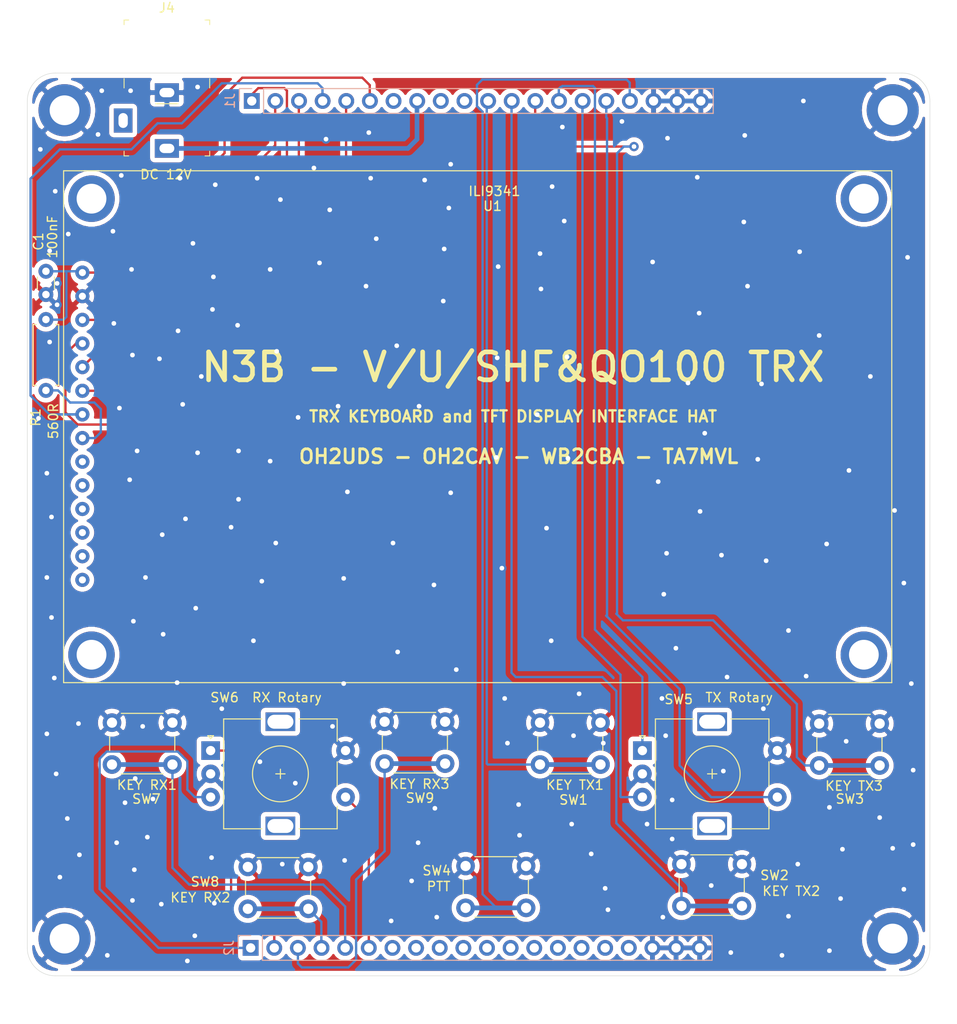
<source format=kicad_pcb>
(kicad_pcb (version 20171130) (host pcbnew "(5.1.12)-1")
  (layers (0 F.Cu signal) (31 B.Cu signal) (34 B.Paste user) (35 F.Paste user) (36 B.SilkS user) (37 F.SilkS user) (38 B.Mask user) (39 F.Mask user) (44 Edge.Cuts user))
  (net 0 "")
  (net 1 GNDPWR)
  (net 2 PTT)
  (net 3 +12V)
  (net 4 LCD_SDA)
  (net 5 LCD_SCL)
  (net 6 MCU_SDA)
  (net 7 MCU_SCL)
  (net 8 "Net-(J4-Pad3)")
  (net 9 ILI+5V)
  (net 10 ROTX_SW)
  (net 11 ROTX_B)
  (net 12 ROTX_A)
  (net 13 KEYTX3)
  (net 14 KEYTX2)
  (net 15 KEYTX1)
  (net 16 TX+3.3V)
  (net 17 TX+5V)
  (net 18 ILI_RST)
  (net 19 ILI_SCK)
  (net 20 ILI_MOSI)
  (net 21 ILI_CS)
  (net 22 ILI_DC)
  (net 23 RST_TX)
  (net 24 TXUART_RX)
  (net 25 TXUART_TX)
  (net 26 RX_3.3V)
  (net 27 RX+5V)
  (net 28 RX_UART_RX)
  (net 29 RX_UART_TX)
  (net 30 RST_RX)
  (net 31 "Net-(R1-Pad1)")
  (net 32 ROTRX_A)
  (net 33 ROTRX_B)
  (net 34 ROTRX_SW)
  (net 35 KEYRX1)
  (net 36 KEYRX2)
  (net 37 KEYRX3)
  (net 38 "Net-(U1-Pad14)")
  (net 39 "Net-(U1-Pad13)")
  (net 40 "Net-(U1-Pad12)")
  (net 41 "Net-(U1-Pad11)")
  (net 42 "Net-(U1-Pad10)")
  (net 43 "Net-(U1-Pad9)")
  (module Connector_PinHeader_2.54mm:PinHeader_1x20_P2.54mm_Vertical (layer B.Cu) (at 79 222 270)
    (fp_text reference J2 (at 0 2.33 270) (layer B.SilkS) (effects (justify mirror)))
    (fp_text value PATCH02)
    (pad 20 thru_hole oval (at 0 -48.26 270) (size 1.7 1.7) (drill 1) (layers *.Cu *.Mask) (net 1 GNDPWR))
    (pad 19 thru_hole oval (at 0 -45.72 270) (size 1.7 1.7) (drill 1) (layers *.Cu *.Mask) (net 1 GNDPWR))
    (pad 18 thru_hole oval (at 0 -43.18 270) (size 1.7 1.7) (drill 1) (layers *.Cu *.Mask) (net 1 GNDPWR))
    (pad 17 thru_hole oval (at 0 -40.64 270) (size 1.7 1.7) (drill 1) (layers *.Cu *.Mask) (net 4 LCD_SDA))
    (pad 16 thru_hole oval (at 0 -38.1 270) (size 1.7 1.7) (drill 1) (layers *.Cu *.Mask) (net 5 LCD_SCL))
    (pad 15 thru_hole oval (at 0 -35.56 270) (size 1.7 1.7) (drill 1) (layers *.Cu *.Mask) (net 30 RST_RX))
    (pad 14 thru_hole oval (at 0 -33.02 270) (size 1.7 1.7) (drill 1) (layers *.Cu *.Mask) (net 24 TXUART_RX))
    (pad 13 thru_hole oval (at 0 -30.48 270) (size 1.7 1.7) (drill 1) (layers *.Cu *.Mask) (net 25 TXUART_TX))
    (pad 12 thru_hole oval (at 0 -27.94 270) (size 1.7 1.7) (drill 1) (layers *.Cu *.Mask) (net 6 MCU_SDA))
    (pad 11 thru_hole oval (at 0 -25.4 270) (size 1.7 1.7) (drill 1) (layers *.Cu *.Mask) (net 7 MCU_SCL))
    (pad 10 thru_hole oval (at 0 -22.86 270) (size 1.7 1.7) (drill 1) (layers *.Cu *.Mask) (net 26 RX_3.3V))
    (pad 9 thru_hole oval (at 0 -20.32 270) (size 1.7 1.7) (drill 1) (layers *.Cu *.Mask) (net 27 RX+5V))
    (pad 8 thru_hole oval (at 0 -17.78 270) (size 1.7 1.7) (drill 1) (layers *.Cu *.Mask) (net 28 RX_UART_RX))
    (pad 7 thru_hole oval (at 0 -15.24 270) (size 1.7 1.7) (drill 1) (layers *.Cu *.Mask) (net 29 RX_UART_TX))
    (pad 6 thru_hole oval (at 0 -12.7 270) (size 1.7 1.7) (drill 1) (layers *.Cu *.Mask) (net 34 ROTRX_SW))
    (pad 5 thru_hole oval (at 0 -10.16 270) (size 1.7 1.7) (drill 1) (layers *.Cu *.Mask) (net 35 KEYRX1))
    (pad 4 thru_hole oval (at 0 -7.62 270) (size 1.7 1.7) (drill 1) (layers *.Cu *.Mask) (net 36 KEYRX2))
    (pad 3 thru_hole oval (at 0 -5.08 270) (size 1.7 1.7) (drill 1) (layers *.Cu *.Mask) (net 37 KEYRX3))
    (pad 2 thru_hole oval (at 0 -2.54 270) (size 1.7 1.7) (drill 1) (layers *.Cu *.Mask) (net 32 ROTRX_A))
    (pad 1 thru_hole rect (at 0 0 270) (size 1.7 1.7) (drill 1) (layers *.Cu *.Mask) (net 33 ROTRX_B))
  )
  (module Connector_PinHeader_2.54mm:PinHeader_1x20_P2.54mm_Vertical (layer B.Cu) (at 79.12 131 270)
    (fp_text reference J1 (at 0 2.33 270) (layer B.SilkS) (effects (justify mirror)))
    (fp_text value PATCH01)
    (pad 20 thru_hole oval (at 0 -48.26 270) (size 1.7 1.7) (drill 1) (layers *.Cu *.Mask) (net 1 GNDPWR))
    (pad 19 thru_hole oval (at 0 -45.72 270) (size 1.7 1.7) (drill 1) (layers *.Cu *.Mask) (net 1 GNDPWR))
    (pad 18 thru_hole oval (at 0 -43.18 270) (size 1.7 1.7) (drill 1) (layers *.Cu *.Mask) (net 1 GNDPWR))
    (pad 17 thru_hole oval (at 0 -40.64 270) (size 1.7 1.7) (drill 1) (layers *.Cu *.Mask) (net 2 PTT))
    (pad 16 thru_hole oval (at 0 -38.1 270) (size 1.7 1.7) (drill 1) (layers *.Cu *.Mask) (net 10 ROTX_SW))
    (pad 15 thru_hole oval (at 0 -35.56 270) (size 1.7 1.7) (drill 1) (layers *.Cu *.Mask) (net 11 ROTX_B))
    (pad 14 thru_hole oval (at 0 -33.02 270) (size 1.7 1.7) (drill 1) (layers *.Cu *.Mask) (net 12 ROTX_A))
    (pad 13 thru_hole oval (at 0 -30.48 270) (size 1.7 1.7) (drill 1) (layers *.Cu *.Mask) (net 13 KEYTX3))
    (pad 12 thru_hole oval (at 0 -27.94 270) (size 1.7 1.7) (drill 1) (layers *.Cu *.Mask) (net 14 KEYTX2))
    (pad 11 thru_hole oval (at 0 -25.4 270) (size 1.7 1.7) (drill 1) (layers *.Cu *.Mask) (net 15 KEYTX1))
    (pad 10 thru_hole oval (at 0 -22.86 270) (size 1.7 1.7) (drill 1) (layers *.Cu *.Mask) (net 16 TX+3.3V))
    (pad 9 thru_hole oval (at 0 -20.32 270) (size 1.7 1.7) (drill 1) (layers *.Cu *.Mask) (net 17 TX+5V))
    (pad 8 thru_hole oval (at 0 -17.78 270) (size 1.7 1.7) (drill 1) (layers *.Cu *.Mask) (net 3 +12V))
    (pad 7 thru_hole oval (at 0 -15.24 270) (size 1.7 1.7) (drill 1) (layers *.Cu *.Mask) (net 23 RST_TX))
    (pad 6 thru_hole oval (at 0 -12.7 270) (size 1.7 1.7) (drill 1) (layers *.Cu *.Mask) (net 9 ILI+5V))
    (pad 5 thru_hole oval (at 0 -10.16 270) (size 1.7 1.7) (drill 1) (layers *.Cu *.Mask) (net 18 ILI_RST))
    (pad 4 thru_hole oval (at 0 -7.62 270) (size 1.7 1.7) (drill 1) (layers *.Cu *.Mask) (net 19 ILI_SCK))
    (pad 3 thru_hole oval (at 0 -5.08 270) (size 1.7 1.7) (drill 1) (layers *.Cu *.Mask) (net 20 ILI_MOSI))
    (pad 2 thru_hole oval (at 0 -2.54 270) (size 1.7 1.7) (drill 1) (layers *.Cu *.Mask) (net 21 ILI_CS))
    (pad 1 thru_hole rect (at 0 0 270) (size 1.7 1.7) (drill 1) (layers *.Cu *.Mask) (net 22 ILI_DC))
  )
  (module Resistor_THT:R_Axial_DIN0207_L6.3mm_D2.5mm_P7.62mm_Horizontal (layer F.Cu) (at 57 162.1 90)
    (fp_text reference R1 (at -2.9 -1.1 90) (layer F.SilkS))
    (fp_text value 560R (at -3.3 0.8 90) (layer F.SilkS))
    (pad 2 thru_hole oval (at 7.62 0 90) (size 1.6 1.6) (drill 0.8) (layers *.Cu *.Mask) (net 9 ILI+5V))
    (pad 1 thru_hole circle (at 0 0 90) (size 1.6 1.6) (drill 0.8) (layers *.Cu *.Mask) (net 31 "Net-(R1-Pad1)"))
  )
  (module ILI9341_32:ILI9341_32 (layer F.Cu) (at 77.9 148.5)
    (fp_text reference U1 (at 27.1 -6.2) (layer F.SilkS))
    (fp_text value ILI9341 (at 27.3 -7.8) (layer F.SilkS))
    (pad 18 thru_hole circle (at -16 42) (size 5 5) (drill 3.2) (layers *.Cu *.Mask))
    (pad 17 thru_hole circle (at -16 -7) (size 5 5) (drill 3.2) (layers *.Cu *.Mask))
    (pad 16 thru_hole circle (at 67 -7) (size 5 5) (drill 3.2) (layers *.Cu *.Mask))
    (pad 15 thru_hole circle (at 67 42) (size 5 5) (drill 3.2) (layers *.Cu *.Mask))
    (pad 14 thru_hole circle (at -16.98 33.96) (size 1.524 1.524) (drill 0.762) (layers *.Cu *.Mask) (net 38 "Net-(U1-Pad14)"))
    (pad 13 thru_hole circle (at -16.98 31.42) (size 1.524 1.524) (drill 0.762) (layers *.Cu *.Mask) (net 39 "Net-(U1-Pad13)"))
    (pad 12 thru_hole circle (at -16.98 28.88) (size 1.524 1.524) (drill 0.762) (layers *.Cu *.Mask) (net 40 "Net-(U1-Pad12)"))
    (pad 11 thru_hole circle (at -16.98 26.34) (size 1.524 1.524) (drill 0.762) (layers *.Cu *.Mask) (net 41 "Net-(U1-Pad11)"))
    (pad 10 thru_hole circle (at -16.98 23.8) (size 1.524 1.524) (drill 0.762) (layers *.Cu *.Mask) (net 42 "Net-(U1-Pad10)"))
    (pad 9 thru_hole circle (at -16.98 21.26) (size 1.524 1.524) (drill 0.762) (layers *.Cu *.Mask) (net 43 "Net-(U1-Pad9)"))
    (pad 8 thru_hole circle (at -16.98 18.72) (size 1.524 1.524) (drill 0.762) (layers *.Cu *.Mask) (net 31 "Net-(R1-Pad1)"))
    (pad 7 thru_hole circle (at -16.98 16.18) (size 1.524 1.524) (drill 0.762) (layers *.Cu *.Mask) (net 19 ILI_SCK))
    (pad 6 thru_hole circle (at -16.98 13.64) (size 1.524 1.524) (drill 0.762) (layers *.Cu *.Mask) (net 20 ILI_MOSI))
    (pad 5 thru_hole circle (at -16.98 11.1) (size 1.524 1.524) (drill 0.762) (layers *.Cu *.Mask) (net 22 ILI_DC))
    (pad 4 thru_hole circle (at -16.98 8.56) (size 1.524 1.524) (drill 0.762) (layers *.Cu *.Mask) (net 18 ILI_RST))
    (pad 3 thru_hole circle (at -16.98 6.02) (size 1.524 1.524) (drill 0.762) (layers *.Cu *.Mask) (net 21 ILI_CS))
    (pad 2 thru_hole circle (at -16.98 3.48) (size 1.524 1.524) (drill 0.762) (layers *.Cu *.Mask) (net 1 GNDPWR))
    (pad 1 thru_hole circle (at -16.98 0.94) (size 1.524 1.524) (drill 0.762) (layers *.Cu *.Mask) (net 9 ILI+5V))
  )
  (module Button_Switch_THT:SW_PUSH_6mm (layer F.Cu) (at 93.4 197.7)
    (fp_text reference SW9 (at 3.8 8.2) (layer F.SilkS))
    (fp_text value "KEY RX3" (at 3.75 6.7) (layer F.SilkS))
    (pad 1 thru_hole circle (at 6.5 0 90) (size 2 2) (drill 1.1) (layers *.Cu *.Mask) (net 1 GNDPWR))
    (pad 2 thru_hole circle (at 6.5 4.5 90) (size 2 2) (drill 1.1) (layers *.Cu *.Mask) (net 37 KEYRX3))
    (pad 1 thru_hole circle (at 0 0 90) (size 2 2) (drill 1.1) (layers *.Cu *.Mask) (net 1 GNDPWR))
    (pad 2 thru_hole circle (at 0 4.5 90) (size 2 2) (drill 1.1) (layers *.Cu *.Mask) (net 37 KEYRX3))
  )
  (module Button_Switch_THT:SW_PUSH_6mm (layer F.Cu) (at 78.7 213.3)
    (fp_text reference SW8 (at -4.6 1.6) (layer F.SilkS))
    (fp_text value "KEY RX2" (at -5.1 3.3) (layer F.SilkS))
    (pad 1 thru_hole circle (at 6.5 0 90) (size 2 2) (drill 1.1) (layers *.Cu *.Mask) (net 1 GNDPWR))
    (pad 2 thru_hole circle (at 6.5 4.5 90) (size 2 2) (drill 1.1) (layers *.Cu *.Mask) (net 36 KEYRX2))
    (pad 1 thru_hole circle (at 0 0 90) (size 2 2) (drill 1.1) (layers *.Cu *.Mask) (net 1 GNDPWR))
    (pad 2 thru_hole circle (at 0 4.5 90) (size 2 2) (drill 1.1) (layers *.Cu *.Mask) (net 36 KEYRX2))
  )
  (module Button_Switch_THT:SW_PUSH_6mm (layer F.Cu) (at 64.1 197.8)
    (fp_text reference SW7 (at 3.7 8.2) (layer F.SilkS))
    (fp_text value "KEY RX1" (at 3.75 6.7) (layer F.SilkS))
    (pad 1 thru_hole circle (at 6.5 0 90) (size 2 2) (drill 1.1) (layers *.Cu *.Mask) (net 1 GNDPWR))
    (pad 2 thru_hole circle (at 6.5 4.5 90) (size 2 2) (drill 1.1) (layers *.Cu *.Mask) (net 35 KEYRX1))
    (pad 1 thru_hole circle (at 0 0 90) (size 2 2) (drill 1.1) (layers *.Cu *.Mask) (net 1 GNDPWR))
    (pad 2 thru_hole circle (at 0 4.5 90) (size 2 2) (drill 1.1) (layers *.Cu *.Mask) (net 35 KEYRX1))
  )
  (module Rotary_Encoder:RotaryEncoder_Alps_EC11E-Switch_Vertical_H20mm (layer F.Cu) (at 74.7 200.8)
    (fp_text reference SW6 (at 1.5 -5.7) (layer F.SilkS))
    (fp_text value "RX Rotary" (at 8.2 -5.7) (layer F.SilkS))
    (pad A thru_hole rect (at 0 0) (size 2 2) (drill 1) (layers *.Cu *.Mask) (net 32 ROTRX_A))
    (pad C thru_hole circle (at 0 2.5) (size 2 2) (drill 1) (layers *.Cu *.Mask) (net 1 GNDPWR))
    (pad B thru_hole circle (at 0 5) (size 2 2) (drill 1) (layers *.Cu *.Mask) (net 33 ROTRX_B))
    (pad MP thru_hole rect (at 7.5 -3.1) (size 3.2 2) (drill oval 2.8 1.5) (layers *.Cu *.Mask))
    (pad MP thru_hole rect (at 7.5 8.1) (size 3.2 2) (drill oval 2.8 1.5) (layers *.Cu *.Mask))
    (pad S2 thru_hole circle (at 14.5 0) (size 2 2) (drill 1) (layers *.Cu *.Mask) (net 1 GNDPWR))
    (pad S1 thru_hole circle (at 14.5 5) (size 2 2) (drill 1) (layers *.Cu *.Mask) (net 34 ROTRX_SW))
  )
  (module Rotary_Encoder:RotaryEncoder_Alps_EC11E-Switch_Vertical_H20mm (layer F.Cu) (at 121.1 200.8)
    (fp_text reference SW5 (at 3.9 -5.5) (layer F.SilkS))
    (fp_text value "TX Rotary" (at 10.4 -5.7) (layer F.SilkS))
    (pad A thru_hole rect (at 0 0) (size 2 2) (drill 1) (layers *.Cu *.Mask) (net 12 ROTX_A))
    (pad C thru_hole circle (at 0 2.5) (size 2 2) (drill 1) (layers *.Cu *.Mask) (net 1 GNDPWR))
    (pad B thru_hole circle (at 0 5) (size 2 2) (drill 1) (layers *.Cu *.Mask) (net 11 ROTX_B))
    (pad MP thru_hole rect (at 7.5 -3.1) (size 3.2 2) (drill oval 2.8 1.5) (layers *.Cu *.Mask))
    (pad MP thru_hole rect (at 7.5 8.1) (size 3.2 2) (drill oval 2.8 1.5) (layers *.Cu *.Mask))
    (pad S2 thru_hole circle (at 14.5 0) (size 2 2) (drill 1) (layers *.Cu *.Mask) (net 1 GNDPWR))
    (pad S1 thru_hole circle (at 14.5 5) (size 2 2) (drill 1) (layers *.Cu *.Mask) (net 10 ROTX_SW))
  )
  (module Button_Switch_THT:SW_PUSH_6mm (layer F.Cu) (at 102.1 213.2)
    (fp_text reference SW4 (at -3.1 0.5) (layer F.SilkS))
    (fp_text value PTT (at -2.9 2.2) (layer F.SilkS))
    (pad 1 thru_hole circle (at 6.5 0 90) (size 2 2) (drill 1.1) (layers *.Cu *.Mask) (net 1 GNDPWR))
    (pad 2 thru_hole circle (at 6.5 4.5 90) (size 2 2) (drill 1.1) (layers *.Cu *.Mask) (net 2 PTT))
    (pad 1 thru_hole circle (at 0 0 90) (size 2 2) (drill 1.1) (layers *.Cu *.Mask) (net 1 GNDPWR))
    (pad 2 thru_hole circle (at 0 4.5 90) (size 2 2) (drill 1.1) (layers *.Cu *.Mask) (net 2 PTT))
  )
  (module Button_Switch_THT:SW_PUSH_6mm (layer F.Cu) (at 140.1 197.9)
    (fp_text reference SW3 (at 3.3 8.1) (layer F.SilkS))
    (fp_text value "KEY TX3" (at 3.75 6.7) (layer F.SilkS))
    (pad 1 thru_hole circle (at 6.5 0 90) (size 2 2) (drill 1.1) (layers *.Cu *.Mask) (net 1 GNDPWR))
    (pad 2 thru_hole circle (at 6.5 4.5 90) (size 2 2) (drill 1.1) (layers *.Cu *.Mask) (net 13 KEYTX3))
    (pad 1 thru_hole circle (at 0 0 90) (size 2 2) (drill 1.1) (layers *.Cu *.Mask) (net 1 GNDPWR))
    (pad 2 thru_hole circle (at 0 4.5 90) (size 2 2) (drill 1.1) (layers *.Cu *.Mask) (net 13 KEYTX3))
  )
  (module Button_Switch_THT:SW_PUSH_6mm (layer F.Cu) (at 125.3 213)
    (fp_text reference SW2 (at 10 1.2) (layer F.SilkS))
    (fp_text value "KEY TX2" (at 11.8 2.9) (layer F.SilkS))
    (pad 1 thru_hole circle (at 6.5 0 90) (size 2 2) (drill 1.1) (layers *.Cu *.Mask) (net 1 GNDPWR))
    (pad 2 thru_hole circle (at 6.5 4.5 90) (size 2 2) (drill 1.1) (layers *.Cu *.Mask) (net 14 KEYTX2))
    (pad 1 thru_hole circle (at 0 0 90) (size 2 2) (drill 1.1) (layers *.Cu *.Mask) (net 1 GNDPWR))
    (pad 2 thru_hole circle (at 0 4.5 90) (size 2 2) (drill 1.1) (layers *.Cu *.Mask) (net 14 KEYTX2))
  )
  (module Button_Switch_THT:SW_PUSH_6mm (layer F.Cu) (at 110.1 197.8)
    (fp_text reference SW1 (at 3.6 8.3) (layer F.SilkS))
    (fp_text value "KEY TX1" (at 3.75 6.7) (layer F.SilkS))
    (pad 1 thru_hole circle (at 6.5 0 90) (size 2 2) (drill 1.1) (layers *.Cu *.Mask) (net 1 GNDPWR))
    (pad 2 thru_hole circle (at 6.5 4.5 90) (size 2 2) (drill 1.1) (layers *.Cu *.Mask) (net 15 KEYTX1))
    (pad 1 thru_hole circle (at 0 0 90) (size 2 2) (drill 1.1) (layers *.Cu *.Mask) (net 1 GNDPWR))
    (pad 2 thru_hole circle (at 0 4.5 90) (size 2 2) (drill 1.1) (layers *.Cu *.Mask) (net 15 KEYTX1))
  )
  (module Capacitor_THT:C_Disc_D3.0mm_W1.6mm_P2.50mm (layer F.Cu) (at 57 149.3 270)
    (fp_text reference C1 (at -3.2 0.8 90) (layer F.SilkS))
    (fp_text value 100nF (at -3.7 -0.7 90) (layer F.SilkS))
    (pad 2 thru_hole circle (at 2.5 0 270) (size 1.6 1.6) (drill 0.8) (layers *.Cu *.Mask) (net 1 GNDPWR))
    (pad 1 thru_hole circle (at 0 0 270) (size 1.6 1.6) (drill 0.8) (layers *.Cu *.Mask) (net 9 ILI+5V))
  )
  (module digikey-footprints:Barrel_Jack_5.5mmODx2.1mmID_PJ-102A (layer F.Cu) (at 70 133.1)
    (fp_text reference J4 (at 0 -12.1) (layer F.SilkS))
    (fp_text value PJ-102A)
    (pad 2 thru_hole rect (at 0 -3) (size 2.6 2) (drill oval 1.6 1) (layers *.Cu *.Mask) (net 1 GNDPWR))
    (pad 1 thru_hole rect (at 0 3) (size 2.6 2) (drill oval 1.6 1) (layers *.Cu *.Mask) (net 3 +12V))
    (pad 3 thru_hole rect (at -4.7 0) (size 2 2.6) (drill oval 1 1.6) (layers *.Cu *.Mask) (net 8 "Net-(J4-Pad3)"))
  )
  (module MountingHole:MountingHole_3.2mm_M3_DIN965_Pad (layer F.Cu) (at 148 221)
    (fp_text reference H4 hide)
    (fp_text value MountingHole_Pad)
    (pad 1 thru_hole circle (at 0 0) (size 5.6 5.6) (drill 3.2) (layers *.Cu *.Mask) (net 1 GNDPWR))
  )
  (module MountingHole:MountingHole_3.2mm_M3_DIN965_Pad (layer F.Cu) (at 59 221)
    (fp_text reference H3 hide)
    (fp_text value MountingHole_Pad)
    (pad 1 thru_hole circle (at 0 0) (size 5.6 5.6) (drill 3.2) (layers *.Cu *.Mask) (net 1 GNDPWR))
  )
  (module MountingHole:MountingHole_3.2mm_M3_DIN965_Pad (layer F.Cu) (at 148 132)
    (fp_text reference H2 hide)
    (fp_text value MountingHole_Pad)
    (pad 1 thru_hole circle (at 0 0) (size 5.6 5.6) (drill 3.2) (layers *.Cu *.Mask) (net 1 GNDPWR))
  )
  (module MountingHole:MountingHole_3.2mm_M3_DIN965_Pad (layer F.Cu) (at 59 132)
    (fp_text reference H1 hide)
    (fp_text value MountingHole_Pad)
    (pad 1 thru_hole circle (at 0 0) (size 5.6 5.6) (drill 3.2) (layers *.Cu *.Mask) (net 1 GNDPWR))
  )
  (gr_text "OH2UDS - OH2CAV - WB2CBA - TA7MVL" (at 107.8 169.2) (layer F.SilkS) (effects (font (size 1.5 1.5) (thickness 0.3))))
  (gr_text "TRX KEYBOARD and TFT DISPLAY INTERFACE HAT" (at 107.2 164.9) (layer F.SilkS) (effects (font (size 1.2 1.2) (thickness 0.25))))
  (gr_text "N3B - V/U/SHF&QO100 TRX" (at 107.2 159.6) (layer F.SilkS) (effects (font (size 3 3) (thickness 0.5))))
  (gr_text "DC 12V" (at 69.9 138.9) (layer F.SilkS) (effects (font (size 1 1))))
  (gr_line (start 55 222) (end 55 131) (layer Edge.Cuts) (width 0.05))
  (gr_line (start 149 225) (end 58 225) (layer Edge.Cuts) (width 0.05))
  (gr_line (start 152 131) (end 152 222) (layer Edge.Cuts) (width 0.05))
  (gr_line (start 58 128) (end 149 128) (layer Edge.Cuts) (width 0.05))
  (gr_arc (start 58 222) (end 55 222) (angle -90) (layer Edge.Cuts) (width 0.05))
  (gr_arc (start 149 222) (end 149 225) (angle -90) (layer Edge.Cuts) (width 0.05))
  (gr_arc (start 149 131) (end 152 131) (angle -90) (layer Edge.Cuts) (width 0.05))
  (gr_arc (start 58 131) (end 58 128) (angle -90) (layer Edge.Cuts) (width 0.05))
  (via (at 63 129.9) (size 1) (drill 0.5) (layers F.Cu B.Cu) (net 1))
  (via (at 66.1 129.9) (size 1) (drill 0.5) (layers F.Cu B.Cu) (net 1))
  (via (at 73.3 129.5) (size 1) (drill 0.5) (layers F.Cu B.Cu) (net 1))
  (via (at 62.6 134.6) (size 1) (drill 0.5) (layers F.Cu B.Cu) (net 1))
  (via (at 56.4 136.2) (size 1) (drill 0.5) (layers F.Cu B.Cu) (net 1))
  (via (at 58 140.7) (size 1) (drill 0.5) (layers F.Cu B.Cu) (net 1))
  (via (at 65.1 139) (size 1) (drill 0.5) (layers F.Cu B.Cu) (net 1))
  (via (at 71.4 139.3) (size 1) (drill 0.5) (layers F.Cu B.Cu) (net 1))
  (via (at 64.2 145) (size 1) (drill 0.5) (layers F.Cu B.Cu) (net 1))
  (via (at 59.4 145.3) (size 1) (drill 0.5) (layers F.Cu B.Cu) (net 1))
  (via (at 66.2 149.1) (size 1) (drill 0.5) (layers F.Cu B.Cu) (net 1))
  (via (at 75.2 140) (size 1) (drill 0.5) (layers F.Cu B.Cu) (net 1))
  (via (at 64.3 154.9) (size 1) (drill 0.5) (layers F.Cu B.Cu) (net 1))
  (via (at 72.8 146.3) (size 1) (drill 0.5) (layers F.Cu B.Cu) (net 1))
  (via (at 79.7 139.3) (size 1) (drill 0.5) (layers F.Cu B.Cu) (net 1))
  (via (at 82.2 141.6) (size 1) (drill 0.5) (layers F.Cu B.Cu) (net 1))
  (via (at 81.1 149.1) (size 1) (drill 0.5) (layers F.Cu B.Cu) (net 1))
  (via (at 75 149.9) (size 1) (drill 0.5) (layers F.Cu B.Cu) (net 1))
  (via (at 77.6 155.1) (size 1) (drill 0.5) (layers F.Cu B.Cu) (net 1))
  (via (at 66.3 158.3) (size 1) (drill 0.5) (layers F.Cu B.Cu) (net 1))
  (via (at 73.7 160.6) (size 1) (drill 0.5) (layers F.Cu B.Cu) (net 1))
  (via (at 71.2 155.7) (size 1) (drill 0.5) (layers F.Cu B.Cu) (net 1))
  (via (at 74.9 153.4) (size 1) (drill 0.5) (layers F.Cu B.Cu) (net 1))
  (via (at 85.8 138.2) (size 1) (drill 0.5) (layers F.Cu B.Cu) (net 1))
  (via (at 87.5 142.7) (size 1) (drill 0.5) (layers F.Cu B.Cu) (net 1))
  (via (at 86.4 148.4) (size 1) (drill 0.5) (layers F.Cu B.Cu) (net 1))
  (via (at 91.4 150.9) (size 1) (drill 0.5) (layers F.Cu B.Cu) (net 1))
  (via (at 91.9 139.3) (size 1) (drill 0.5) (layers F.Cu B.Cu) (net 1))
  (via (at 92.5 145.8) (size 1) (drill 0.5) (layers F.Cu B.Cu) (net 1))
  (via (at 64.9 164) (size 1) (drill 0.5) (layers F.Cu B.Cu) (net 1))
  (via (at 71.7 163.6) (size 1) (drill 0.5) (layers F.Cu B.Cu) (net 1))
  (via (at 81.8 157.9) (size 1) (drill 0.5) (layers F.Cu B.Cu) (net 1))
  (via (at 56.2 165.1) (size 1) (drill 0.5) (layers F.Cu B.Cu) (net 1))
  (via (at 57.1 171) (size 1) (drill 0.5) (layers F.Cu B.Cu) (net 1))
  (via (at 57.6 175.7) (size 1) (drill 0.5) (layers F.Cu B.Cu) (net 1))
  (via (at 57.1 182.2) (size 1) (drill 0.5) (layers F.Cu B.Cu) (net 1))
  (via (at 57.6 186.5) (size 1) (drill 0.5) (layers F.Cu B.Cu) (net 1))
  (via (at 66.4 186.9) (size 1) (drill 0.5) (layers F.Cu B.Cu) (net 1))
  (via (at 69.5 177.6) (size 1) (drill 0.5) (layers F.Cu B.Cu) (net 1))
  (via (at 66 171.7) (size 1) (drill 0.5) (layers F.Cu B.Cu) (net 1))
  (via (at 67.7 182.2) (size 1) (drill 0.5) (layers F.Cu B.Cu) (net 1))
  (via (at 77.7 173.8) (size 1) (drill 0.5) (layers F.Cu B.Cu) (net 1))
  (via (at 81.1 169.7) (size 1) (drill 0.5) (layers F.Cu B.Cu) (net 1))
  (via (at 76.9 176.8) (size 1) (drill 0.5) (layers F.Cu B.Cu) (net 1))
  (via (at 73.3 168.8) (size 1) (drill 0.5) (layers F.Cu B.Cu) (net 1))
  (via (at 72 175.9) (size 1) (drill 0.5) (layers F.Cu B.Cu) (net 1))
  (via (at 73.1 185.5) (size 1) (drill 0.5) (layers F.Cu B.Cu) (net 1))
  (via (at 80.2 182.6) (size 1) (drill 0.5) (layers F.Cu B.Cu) (net 1))
  (via (at 81.7 178.5) (size 1) (drill 0.5) (layers F.Cu B.Cu) (net 1))
  (via (at 84.1 165) (size 1) (drill 0.5) (layers F.Cu B.Cu) (net 1))
  (via (at 77.7 168.6) (size 1) (drill 0.5) (layers F.Cu B.Cu) (net 1))
  (via (at 66.8 168.6) (size 1) (drill 0.5) (layers F.Cu B.Cu) (net 1))
  (via (at 88.4 163.8) (size 1) (drill 0.5) (layers F.Cu B.Cu) (net 1))
  (via (at 97.1 163.8) (size 1) (drill 0.5) (layers F.Cu B.Cu) (net 1))
  (via (at 94.3 178.5) (size 1) (drill 0.5) (layers F.Cu B.Cu) (net 1))
  (via (at 94.7 157.3) (size 1) (drill 0.5) (layers F.Cu B.Cu) (net 1))
  (via (at 99.7 152.5) (size 1) (drill 0.5) (layers F.Cu B.Cu) (net 1))
  (via (at 100.3 142.5) (size 1) (drill 0.5) (layers F.Cu B.Cu) (net 1))
  (via (at 97.7 139.5) (size 1) (drill 0.5) (layers F.Cu B.Cu) (net 1))
  (via (at 99.8 146.9) (size 1) (drill 0.5) (layers F.Cu B.Cu) (net 1))
  (via (at 89.4 173) (size 1) (drill 0.5) (layers F.Cu B.Cu) (net 1))
  (via (at 100.5 173.1) (size 1) (drill 0.5) (layers F.Cu B.Cu) (net 1))
  (via (at 89 182.3) (size 1) (drill 0.5) (layers F.Cu B.Cu) (net 1))
  (via (at 98.7 183) (size 1) (drill 0.5) (layers F.Cu B.Cu) (net 1))
  (via (at 94.8 190.2) (size 1) (drill 0.5) (layers F.Cu B.Cu) (net 1))
  (via (at 101.1 192.1) (size 1) (drill 0.5) (layers F.Cu B.Cu) (net 1))
  (via (at 89 193.6) (size 1) (drill 0.5) (layers F.Cu B.Cu) (net 1))
  (via (at 87.8 198.2) (size 1) (drill 0.5) (layers F.Cu B.Cu) (net 1))
  (via (at 80 202) (size 1) (drill 0.5) (layers F.Cu B.Cu) (net 1))
  (via (at 83.8 204.3) (size 1) (drill 0.5) (layers F.Cu B.Cu) (net 1))
  (via (at 75.9 196.3) (size 1) (drill 0.5) (layers F.Cu B.Cu) (net 1))
  (via (at 79.3 189) (size 1) (drill 0.5) (layers F.Cu B.Cu) (net 1))
  (via (at 71.1 193.5) (size 1) (drill 0.5) (layers F.Cu B.Cu) (net 1))
  (via (at 67.4 198.2) (size 1) (drill 0.5) (layers F.Cu B.Cu) (net 1))
  (via (at 60.5 197.9) (size 1) (drill 0.5) (layers F.Cu B.Cu) (net 1))
  (via (at 59.3 208.1) (size 1) (drill 0.5) (layers F.Cu B.Cu) (net 1))
  (via (at 58.5 214.4) (size 1) (drill 0.5) (layers F.Cu B.Cu) (net 1))
  (via (at 63.6 222.8) (size 1) (drill 0.5) (layers F.Cu B.Cu) (net 1))
  (via (at 72.2 223.4) (size 1) (drill 0.5) (layers F.Cu B.Cu) (net 1))
  (via (at 58.1 203.3) (size 1) (drill 0.5) (layers F.Cu B.Cu) (net 1))
  (via (at 74.8 212.3) (size 1) (drill 0.5) (layers F.Cu B.Cu) (net 1))
  (via (at 89.1 212.6) (size 1) (drill 0.5) (layers F.Cu B.Cu) (net 1))
  (via (at 82.4 213) (size 1) (drill 0.5) (layers F.Cu B.Cu) (net 1))
  (via (at 94.1 219.1) (size 1) (drill 0.5) (layers F.Cu B.Cu) (net 1))
  (via (at 99 218.7) (size 1) (drill 0.5) (layers F.Cu B.Cu) (net 1))
  (via (at 96.3 214.8) (size 1) (drill 0.5) (layers F.Cu B.Cu) (net 1))
  (via (at 98.8 207) (size 1) (drill 0.5) (layers F.Cu B.Cu) (net 1))
  (via (at 97 210.7) (size 1) (drill 0.5) (layers F.Cu B.Cu) (net 1))
  (via (at 107.8 206.6) (size 1) (drill 0.5) (layers F.Cu B.Cu) (net 1))
  (via (at 113.5 208.7) (size 1) (drill 0.5) (layers F.Cu B.Cu) (net 1))
  (via (at 115.6 211.9) (size 1) (drill 0.5) (layers F.Cu B.Cu) (net 1))
  (via (at 107.9 209.9) (size 1) (drill 0.5) (layers F.Cu B.Cu) (net 1))
  (via (at 123.3 218.7) (size 1) (drill 0.5) (layers F.Cu B.Cu) (net 1))
  (via (at 130.6 222.5) (size 1) (drill 0.5) (layers F.Cu B.Cu) (net 1))
  (via (at 141.2 222.3) (size 1) (drill 0.5) (layers F.Cu B.Cu) (net 1))
  (via (at 136.1 222.8) (size 1) (drill 0.5) (layers F.Cu B.Cu) (net 1))
  (via (at 142.4 216.7) (size 1) (drill 0.5) (layers F.Cu B.Cu) (net 1))
  (via (at 136.8 218.6) (size 1) (drill 0.5) (layers F.Cu B.Cu) (net 1))
  (via (at 150.2 210.9) (size 1) (drill 0.5) (layers F.Cu B.Cu) (net 1))
  (via (at 148 211.3) (size 1) (drill 0.5) (layers F.Cu B.Cu) (net 1))
  (via (at 137.8 213) (size 1) (drill 0.5) (layers F.Cu B.Cu) (net 1))
  (via (at 141.2 206.9) (size 1) (drill 0.5) (layers F.Cu B.Cu) (net 1))
  (via (at 142.6 211.4) (size 1) (drill 0.5) (layers F.Cu B.Cu) (net 1))
  (via (at 149.2 215.7) (size 1) (drill 0.5) (layers F.Cu B.Cu) (net 1))
  (via (at 129.8 203) (size 1) (drill 0.5) (layers F.Cu B.Cu) (net 1))
  (via (at 134.1 196.3) (size 1) (drill 0.5) (layers F.Cu B.Cu) (net 1))
  (via (at 124.7 189.8) (size 1) (drill 0.5) (layers F.Cu B.Cu) (net 1))
  (via (at 130.2 192.9) (size 1) (drill 0.5) (layers F.Cu B.Cu) (net 1))
  (via (at 123.2 195.2) (size 1) (drill 0.5) (layers F.Cu B.Cu) (net 1))
  (via (at 124.3 206.1) (size 1) (drill 0.5) (layers F.Cu B.Cu) (net 1))
  (via (at 124.3 210.3) (size 1) (drill 0.5) (layers F.Cu B.Cu) (net 1))
  (via (at 121.6 208.7) (size 1) (drill 0.5) (layers F.Cu B.Cu) (net 1))
  (via (at 138.4 131) (size 1) (drill 0.5) (layers F.Cu B.Cu) (net 1))
  (via (at 127 139.2) (size 1) (drill 0.5) (layers F.Cu B.Cu) (net 1))
  (via (at 138 147.2) (size 1) (drill 0.5) (layers F.Cu B.Cu) (net 1))
  (via (at 127.2 153.8) (size 1) (drill 0.5) (layers F.Cu B.Cu) (net 1))
  (via (at 145.6 160.6) (size 1) (drill 0.5) (layers F.Cu B.Cu) (net 1))
  (via (at 127.8 166.7) (size 1) (drill 0.5) (layers F.Cu B.Cu) (net 1))
  (via (at 140.1 156.2) (size 1) (drill 0.5) (layers F.Cu B.Cu) (net 1))
  (via (at 143.3 170.7) (size 1) (drill 0.5) (layers F.Cu B.Cu) (net 1))
  (via (at 148.2 175) (size 1) (drill 0.5) (layers F.Cu B.Cu) (net 1))
  (via (at 134.4 180.4) (size 1) (drill 0.5) (layers F.Cu B.Cu) (net 1))
  (via (at 123.7 179.6) (size 1) (drill 0.5) (layers F.Cu B.Cu) (net 1))
  (via (at 129.6 179.8) (size 1) (drill 0.5) (layers F.Cu B.Cu) (net 1))
  (via (at 133.5 169.5) (size 1) (drill 0.5) (layers F.Cu B.Cu) (net 1))
  (via (at 126 161.3) (size 1) (drill 0.5) (layers F.Cu B.Cu) (net 1))
  (via (at 133.9 161.4) (size 1) (drill 0.5) (layers F.Cu B.Cu) (net 1))
  (via (at 122.2 148.3) (size 1) (drill 0.5) (layers F.Cu B.Cu) (net 1))
  (via (at 132 144) (size 1) (drill 0.5) (layers F.Cu B.Cu) (net 1))
  (via (at 132.4 150.9) (size 1) (drill 0.5) (layers F.Cu B.Cu) (net 1))
  (via (at 136.8 187.9) (size 1) (drill 0.5) (layers F.Cu B.Cu) (net 1))
  (via (at 143 199.8) (size 1) (drill 0.5) (layers F.Cu B.Cu) (net 1))
  (via (at 138.7 192.8) (size 1) (drill 0.5) (layers F.Cu B.Cu) (net 1))
  (via (at 150 193.6) (size 1) (drill 0.5) (layers F.Cu B.Cu) (net 1))
  (via (at 150.2 202.9) (size 1) (drill 0.5) (layers F.Cu B.Cu) (net 1))
  (via (at 146.6 208) (size 1) (drill 0.5) (layers F.Cu B.Cu) (net 1))
  (via (at 149.2 182.8) (size 1) (drill 0.5) (layers F.Cu B.Cu) (net 1))
  (via (at 140.9 178.6) (size 1) (drill 0.5) (layers F.Cu B.Cu) (net 1))
  (via (at 127.3 175.1) (size 1) (drill 0.5) (layers F.Cu B.Cu) (net 1))
  (via (at 118.9 133.2) (size 1) (drill 0.5) (layers F.Cu B.Cu) (net 1))
  (via (at 123.8 135) (size 1) (drill 0.5) (layers F.Cu B.Cu) (net 1))
  (via (at 132.1 134.7) (size 1) (drill 0.5) (layers F.Cu B.Cu) (net 1))
  (via (at 149.6 147.8) (size 1) (drill 0.5) (layers F.Cu B.Cu) (net 1))
  (via (at 106.3 195.2) (size 1) (drill 0.5) (layers F.Cu B.Cu) (net 1))
  (via (at 114.3 194.7) (size 1) (drill 0.5) (layers F.Cu B.Cu) (net 1))
  (via (at 113.7 199.2) (size 1) (drill 0.5) (layers F.Cu B.Cu) (net 1))
  (via (at 106.6 200) (size 1) (drill 0.5) (layers F.Cu B.Cu) (net 1))
  (via (at 116.9 200) (size 1) (drill 0.5) (layers F.Cu B.Cu) (net 1))
  (via (at 123.6 199.2) (size 1) (drill 0.5) (layers F.Cu B.Cu) (net 1))
  (via (at 128.5 215.3) (size 1) (drill 0.5) (layers F.Cu B.Cu) (net 1))
  (via (at 117.1 215.6) (size 1) (drill 0.5) (layers F.Cu B.Cu) (net 1))
  (via (at 117.4 217.9) (size 1) (drill 0.5) (layers F.Cu B.Cu) (net 1))
  (via (at 105.5 158.6) (size 1) (drill 0.5) (layers F.Cu B.Cu) (net 1))
  (via (at 106 181.2) (size 1) (drill 0.5) (layers F.Cu B.Cu) (net 1))
  (via (at 110.8 176.9) (size 1) (drill 0.5) (layers F.Cu B.Cu) (net 1))
  (via (at 113.1 169.4) (size 1) (drill 0.5) (layers F.Cu B.Cu) (net 1))
  (via (at 109.8 164.7) (size 1) (drill 0.5) (layers F.Cu B.Cu) (net 1))
  (via (at 113 158.5) (size 1) (drill 0.5) (layers F.Cu B.Cu) (net 1))
  (via (at 110.2 151.2) (size 1) (drill 0.5) (layers F.Cu B.Cu) (net 1))
  (via (at 111.4 140.2) (size 1) (drill 0.5) (layers F.Cu B.Cu) (net 1))
  (via (at 112.7 143.9) (size 1) (drill 0.5) (layers F.Cu B.Cu) (net 1))
  (via (at 112.5 133.8) (size 1) (drill 0.5) (layers F.Cu B.Cu) (net 1))
  (via (at 91.7 134.4) (size 1) (drill 0.5) (layers F.Cu B.Cu) (net 1))
  (via (at 87.1 135.1) (size 1) (drill 0.5) (layers F.Cu B.Cu) (net 1))
  (via (at 111.3 189) (size 1) (drill 0.5) (layers F.Cu B.Cu) (net 1))
  (via (at 123.4 184) (size 1) (drill 0.5) (layers F.Cu B.Cu) (net 1))
  (via (at 122.8 171.9) (size 1) (drill 0.5) (layers F.Cu B.Cu) (net 1))
  (via (at 110.1 147.4) (size 1) (drill 0.5) (layers F.Cu B.Cu) (net 1))
  (via (at 100.5 137.8) (size 1) (drill 0.5) (layers F.Cu B.Cu) (net 1))
  (via (at 105.6 148.8) (size 1) (drill 0.5) (layers F.Cu B.Cu) (net 1))
  (via (at 105.4 169.3) (size 1) (drill 0.5) (layers F.Cu B.Cu) (net 1))
  (via (at 65.5 206.4) (size 1) (drill 0.5) (layers F.Cu B.Cu) (net 1))
  (via (at 67.9 210.1) (size 1) (drill 0.5) (layers F.Cu B.Cu) (net 1))
  (via (at 66.5 213.6) (size 1) (drill 0.5) (layers F.Cu B.Cu) (net 1))
  (via (at 69.4 217.3) (size 1) (drill 0.5) (layers F.Cu B.Cu) (net 1))
  (via (at 73 220.7) (size 1) (drill 0.5) (layers F.Cu B.Cu) (net 1))
  (via (at 75.1 217.2) (size 1) (drill 0.5) (layers F.Cu B.Cu) (net 1))
  (via (at 66.3 216.9) (size 1) (drill 0.5) (layers F.Cu B.Cu) (net 1))
  (via (at 64.6 210.7) (size 1) (drill 0.5) (layers F.Cu B.Cu) (net 1))
  (via (at 68.5 206) (size 1) (drill 0.5) (layers F.Cu B.Cu) (net 1))
  (via (at 66.6 203.8) (size 1) (drill 0.5) (layers F.Cu B.Cu) (net 1))
  (via (at 60.6 212) (size 1) (drill 0.5) (layers F.Cu B.Cu) (net 1))
  (via (at 57.1 199) (size 1) (drill 0.5) (layers F.Cu B.Cu) (net 1))
  (via (at 57.9 193) (size 1) (drill 0.5) (layers F.Cu B.Cu) (net 1))
  (via (at 69.6 188.3) (size 1) (drill 0.5) (layers F.Cu B.Cu) (net 1))
  (via (at 69.2 158.7) (size 1) (drill 0.5) (layers F.Cu B.Cu) (net 1))
  (via (at 57.4 156.9) (size 1) (drill 0.5) (layers F.Cu B.Cu) (net 1))
  (via (at 58.2 152.9) (size 1) (drill 0.5) (layers F.Cu B.Cu) (net 1))
  (via (at 58.2 150.6) (size 1) (drill 0.5) (layers F.Cu B.Cu) (net 1))
  (via (at 57.4 147.1) (size 1) (drill 0.5) (layers F.Cu B.Cu) (net 1))
  (segment (start 103.324999 131.564001) (end 103.324999 129.275001) (width 0.25) (layer B.Cu) (net 2))
  (segment (start 103.92499 132.163992) (end 103.324999 131.564001) (width 0.25) (layer B.Cu) (net 2))
  (segment (start 103.92499 216.22499) (end 103.92499 132.163992) (width 0.25) (layer B.Cu) (net 2))
  (segment (start 105.4 217.7) (end 103.92499 216.22499) (width 0.25) (layer B.Cu) (net 2))
  (segment (start 102.1 217.7) (end 105.4 217.7) (width 0.5) (layer B.Cu) (net 2))
  (segment (start 105.4 217.7) (end 108.6 217.7) (width 0.5) (layer B.Cu) (net 2))
  (segment (start 103.324999 129.275001) (end 103.9 128.7) (width 0.25) (layer B.Cu) (net 2))
  (segment (start 103.9 128.7) (end 119.4 128.7) (width 0.25) (layer B.Cu) (net 2))
  (segment (start 119.74 129.04) (end 119.74 131) (width 0.25) (layer B.Cu) (net 2))
  (segment (start 119.4 128.7) (end 119.74 129.04) (width 0.25) (layer B.Cu) (net 2))
  (segment (start 96.78 131.06) (end 96.84 131) (width 0.5) (layer F.Cu) (net 3))
  (segment (start 96.88 135.12) (end 96.88 131) (width 0.5) (layer B.Cu) (net 3))
  (segment (start 95.9 136.1) (end 96.88 135.12) (width 0.5) (layer B.Cu) (net 3))
  (segment (start 70 136.1) (end 95.9 136.1) (width 0.5) (layer B.Cu) (net 3))
  (segment (start 60.78 149.3) (end 60.92 149.44) (width 0.25) (layer B.Cu) (net 9))
  (segment (start 57.2 154.5) (end 58.9 154.5) (width 0.25) (layer B.Cu) (net 9))
  (segment (start 58.9 154.5) (end 59.2 154.2) (width 0.25) (layer B.Cu) (net 9))
  (segment (start 59.2 149.3) (end 60.78 149.3) (width 0.25) (layer B.Cu) (net 9))
  (segment (start 59.2 154.2) (end 59.2 149.3) (width 0.25) (layer B.Cu) (net 9))
  (segment (start 57 149.3) (end 59.2 149.3) (width 0.25) (layer B.Cu) (net 9))
  (segment (start 60.92 149.44) (end 63.36 149.44) (width 0.25) (layer F.Cu) (net 9))
  (segment (start 63.36 149.44) (end 76.2 136.6) (width 0.25) (layer F.Cu) (net 9))
  (segment (start 76.2 136.6) (end 76.2 130.4) (width 0.25) (layer F.Cu) (net 9))
  (segment (start 76.2 130.4) (end 78.1 128.5) (width 0.25) (layer F.Cu) (net 9))
  (segment (start 78.1 128.5) (end 91 128.5) (width 0.25) (layer F.Cu) (net 9))
  (segment (start 91.8 129.3) (end 91.8 131) (width 0.25) (layer F.Cu) (net 9))
  (segment (start 91 128.5) (end 91.8 129.3) (width 0.25) (layer F.Cu) (net 9))
  (segment (start 128.5 205.8) (end 135.6 205.8) (width 0.25) (layer B.Cu) (net 10))
  (segment (start 125.1 194.2) (end 125.1 202.4) (width 0.25) (layer B.Cu) (net 10))
  (segment (start 125.1 202.4) (end 128.5 205.8) (width 0.25) (layer B.Cu) (net 10))
  (segment (start 117.22 132.769) (end 117.22 131) (width 0.25) (layer B.Cu) (net 10))
  (segment (start 117.3 132.849) (end 117.22 132.769) (width 0.25) (layer B.Cu) (net 10))
  (segment (start 117.3 186.4) (end 117.3 132.849) (width 0.25) (layer B.Cu) (net 10))
  (segment (start 117.2 186.3) (end 117.3 186.4) (width 0.25) (layer B.Cu) (net 10))
  (segment (start 117.3 186.4) (end 125.1 194.2) (width 0.25) (layer B.Cu) (net 10))
  (segment (start 118.75001 192.65001) (end 114.66 188.56) (width 0.25) (layer B.Cu) (net 11))
  (segment (start 118.75001 205.75001) (end 118.75001 192.65001) (width 0.25) (layer B.Cu) (net 11))
  (segment (start 118.8 205.8) (end 118.75001 205.75001) (width 0.25) (layer B.Cu) (net 11))
  (segment (start 114.66 188.56) (end 114.66 131) (width 0.25) (layer B.Cu) (net 11))
  (segment (start 121.1 205.8) (end 118.8 205.8) (width 0.25) (layer B.Cu) (net 11))
  (segment (start 112.12 129.68) (end 112.12 131) (width 0.25) (layer B.Cu) (net 12))
  (segment (start 112.5 129.4) (end 112.4 129.5) (width 0.25) (layer B.Cu) (net 12))
  (segment (start 115.8 129.4) (end 112.5 129.4) (width 0.25) (layer B.Cu) (net 12))
  (segment (start 116 129.6) (end 115.8 129.4) (width 0.25) (layer B.Cu) (net 12))
  (segment (start 112.4 129.5) (end 112.3 129.5) (width 0.25) (layer B.Cu) (net 12))
  (segment (start 116 187.8) (end 116 129.6) (width 0.25) (layer B.Cu) (net 12))
  (segment (start 112.3 129.5) (end 112.12 129.68) (width 0.25) (layer B.Cu) (net 12))
  (segment (start 121.1 192.9) (end 116 187.8) (width 0.25) (layer B.Cu) (net 12))
  (segment (start 121.1 200.8) (end 121.1 192.9) (width 0.25) (layer B.Cu) (net 12))
  (segment (start 140.1 202.4) (end 146.6 202.4) (width 0.5) (layer B.Cu) (net 13))
  (segment (start 140.1 202.4) (end 138.6 202.4) (width 0.25) (layer B.Cu) (net 13))
  (segment (start 138.6 202.4) (end 137.7 201.5) (width 0.25) (layer B.Cu) (net 13))
  (segment (start 137.7 201.5) (end 137.7 200.938998) (width 0.25) (layer B.Cu) (net 13))
  (segment (start 137.7 200.938998) (end 137.7 195.8) (width 0.25) (layer B.Cu) (net 13))
  (segment (start 137.7 195.8) (end 128.7 186.8) (width 0.25) (layer B.Cu) (net 13))
  (segment (start 119 186.8) (end 118.3 186.1) (width 0.25) (layer B.Cu) (net 13))
  (segment (start 128.7 186.8) (end 119 186.8) (width 0.25) (layer B.Cu) (net 13))
  (segment (start 118.375001 186.024999) (end 118.375001 136.624999) (width 0.25) (layer B.Cu) (net 13))
  (segment (start 118.3 186.1) (end 118.375001 186.024999) (width 0.25) (layer B.Cu) (net 13))
  (segment (start 118.375001 136.624999) (end 119.1 135.9) (width 0.25) (layer B.Cu) (net 13))
  (segment (start 119.1 135.9) (end 120.2 135.9) (width 0.25) (layer B.Cu) (net 13))
  (segment (start 120.2 135.9) (end 120.2 135.9) (width 0.25) (layer B.Cu) (net 13))
  (via (at 120.2 135.9) (size 1) (drill 0.5) (layers F.Cu B.Cu) (net 13))
  (segment (start 120.2 135.9) (end 111.1 135.9) (width 0.25) (layer F.Cu) (net 13))
  (segment (start 109.58 134.38) (end 109.58 131) (width 0.25) (layer F.Cu) (net 13))
  (segment (start 111.1 135.9) (end 109.58 134.38) (width 0.25) (layer F.Cu) (net 13))
  (segment (start 125.3 217.5) (end 131.8 217.5) (width 0.5) (layer B.Cu) (net 14))
  (segment (start 107.04 192.44) (end 107.04 131) (width 0.25) (layer B.Cu) (net 14))
  (segment (start 107.5 192.9) (end 107.04 192.44) (width 0.25) (layer B.Cu) (net 14))
  (segment (start 116.8 192.9) (end 107.5 192.9) (width 0.25) (layer B.Cu) (net 14))
  (segment (start 118.3 194.4) (end 116.8 192.9) (width 0.25) (layer B.Cu) (net 14))
  (segment (start 118.3 208.6) (end 118.3 194.4) (width 0.25) (layer B.Cu) (net 14))
  (segment (start 125.3 215.6) (end 118.3 208.6) (width 0.25) (layer B.Cu) (net 14))
  (segment (start 125.3 217.5) (end 125.3 215.6) (width 0.25) (layer B.Cu) (net 14))
  (segment (start 110.1 202.3) (end 116.6 202.3) (width 0.5) (layer B.Cu) (net 15))
  (segment (start 110.1 202.3) (end 104.475 202.3) (width 0.25) (layer B.Cu) (net 15))
  (segment (start 104.375 131.125) (end 104.5 131) (width 0.25) (layer B.Cu) (net 15))
  (segment (start 104.375 202.2) (end 104.375 131.125) (width 0.25) (layer B.Cu) (net 15))
  (segment (start 104.475 202.3) (end 104.375 202.2) (width 0.25) (layer B.Cu) (net 15))
  (segment (start 60.24 157.06) (end 60.92 157.06) (width 0.25) (layer F.Cu) (net 18))
  (segment (start 59.1 164.468762) (end 59.1 158.2) (width 0.25) (layer F.Cu) (net 18))
  (segment (start 60.398239 165.767001) (end 59.1 164.468762) (width 0.25) (layer F.Cu) (net 18))
  (segment (start 75.532999 165.767001) (end 60.398239 165.767001) (width 0.25) (layer F.Cu) (net 18))
  (segment (start 89.26 152.04) (end 75.532999 165.767001) (width 0.25) (layer F.Cu) (net 18))
  (segment (start 59.1 158.2) (end 60.24 157.06) (width 0.25) (layer F.Cu) (net 18))
  (segment (start 89.26 131) (end 89.26 152.04) (width 0.25) (layer F.Cu) (net 18))
  (segment (start 60.92 164.68) (end 58.28 164.68) (width 0.25) (layer B.Cu) (net 19))
  (segment (start 58.5 136.2) (end 66.2 136.2) (width 0.25) (layer B.Cu) (net 19))
  (segment (start 66.2 136.2) (end 69 133.4) (width 0.25) (layer B.Cu) (net 19))
  (segment (start 69 133.4) (end 71.6 133.4) (width 0.25) (layer B.Cu) (net 19))
  (segment (start 71.6 133.4) (end 75.9 129.1) (width 0.25) (layer B.Cu) (net 19))
  (segment (start 75.9 129.1) (end 86.2 129.1) (width 0.25) (layer B.Cu) (net 19))
  (segment (start 86.72 129.62) (end 86.72 131) (width 0.25) (layer B.Cu) (net 19))
  (segment (start 86.2 129.1) (end 86.72 129.62) (width 0.25) (layer B.Cu) (net 19))
  (segment (start 55.35001 139.34999) (end 56.25 138.45) (width 0.25) (layer B.Cu) (net 19))
  (segment (start 55.35001 162.65001) (end 55.35001 139.34999) (width 0.25) (layer B.Cu) (net 19))
  (segment (start 60.92 164.68) (end 57.38 164.68) (width 0.25) (layer B.Cu) (net 19))
  (segment (start 57.38 164.68) (end 55.35001 162.65001) (width 0.25) (layer B.Cu) (net 19))
  (segment (start 56.25 138.45) (end 58.5 136.2) (width 0.25) (layer B.Cu) (net 19))
  (segment (start 55.874999 138.825001) (end 56.25 138.45) (width 0.25) (layer B.Cu) (net 19))
  (segment (start 84.18 131) (end 84.18 153.92) (width 0.25) (layer F.Cu) (net 20))
  (segment (start 75.96 162.14) (end 60.92 162.14) (width 0.25) (layer F.Cu) (net 20))
  (segment (start 84.18 153.92) (end 75.96 162.14) (width 0.25) (layer F.Cu) (net 20))
  (segment (start 60.92 154.52) (end 62.88 154.52) (width 0.25) (layer F.Cu) (net 21))
  (segment (start 81.64 135.76) (end 81.64 131) (width 0.25) (layer F.Cu) (net 21))
  (segment (start 62.88 154.52) (end 81.64 135.76) (width 0.25) (layer F.Cu) (net 21))
  (segment (start 82.815001 137.704999) (end 60.92 159.6) (width 0.25) (layer F.Cu) (net 22))
  (segment (start 82.9 137.62) (end 82.815001 137.704999) (width 0.25) (layer F.Cu) (net 22))
  (segment (start 82.9 129.9) (end 82.9 137.62) (width 0.25) (layer F.Cu) (net 22))
  (segment (start 82.620998 129.620998) (end 82.9 129.9) (width 0.25) (layer F.Cu) (net 22))
  (segment (start 79.820998 129.620998) (end 82.620998 129.620998) (width 0.25) (layer F.Cu) (net 22))
  (segment (start 79.1 130.341996) (end 79.820998 129.620998) (width 0.25) (layer F.Cu) (net 22))
  (segment (start 79.1 131) (end 79.1 130.341996) (width 0.25) (layer F.Cu) (net 22))
  (segment (start 99.38 221.94) (end 99.32 222) (width 0.5) (layer F.Cu) (net 27))
  (segment (start 60.9 167.2) (end 60.92 167.22) (width 0.25) (layer B.Cu) (net 31))
  (segment (start 61 167.3) (end 60.92 167.22) (width 0.25) (layer B.Cu) (net 31))
  (segment (start 57 162.1) (end 58.3 162.1) (width 0.25) (layer B.Cu) (net 31))
  (segment (start 58.3 162.1) (end 59.6 163.4) (width 0.25) (layer B.Cu) (net 31))
  (segment (start 59.6 163.4) (end 62.2 163.4) (width 0.25) (layer B.Cu) (net 31))
  (segment (start 62.2 163.4) (end 62.9 164.1) (width 0.25) (layer B.Cu) (net 31))
  (segment (start 62.9 164.1) (end 62.9 166.6) (width 0.25) (layer B.Cu) (net 31))
  (segment (start 62.28 167.22) (end 60.92 167.22) (width 0.25) (layer B.Cu) (net 31))
  (segment (start 62.9 166.6) (end 62.28 167.22) (width 0.25) (layer B.Cu) (net 31))
  (segment (start 74.7 200.8) (end 76.3 200.8) (width 0.25) (layer F.Cu) (net 32))
  (segment (start 76.3 200.8) (end 76.9 201.4) (width 0.25) (layer F.Cu) (net 32))
  (segment (start 76.9 201.4) (end 76.9 219.8) (width 0.25) (layer F.Cu) (net 32))
  (segment (start 76.9 219.8) (end 77.2 220.1) (width 0.25) (layer F.Cu) (net 32))
  (segment (start 77.2 220.1) (end 81.4 220.1) (width 0.25) (layer F.Cu) (net 32))
  (segment (start 81.54 220.24) (end 81.54 222) (width 0.25) (layer F.Cu) (net 32))
  (segment (start 81.4 220.1) (end 81.54 220.24) (width 0.25) (layer F.Cu) (net 32))
  (segment (start 74.7 205.8) (end 73 205.8) (width 0.25) (layer B.Cu) (net 33))
  (segment (start 73 205.8) (end 72.2 205) (width 0.25) (layer B.Cu) (net 33))
  (segment (start 72.2 201.938998) (end 71.161002 200.9) (width 0.25) (layer B.Cu) (net 33))
  (segment (start 72.2 205) (end 72.2 201.938998) (width 0.25) (layer B.Cu) (net 33))
  (segment (start 62.774999 201.663999) (end 62.774999 215.674999) (width 0.25) (layer B.Cu) (net 33))
  (segment (start 63.538998 200.9) (end 62.774999 201.663999) (width 0.25) (layer B.Cu) (net 33))
  (segment (start 71.161002 200.9) (end 63.538998 200.9) (width 0.25) (layer B.Cu) (net 33))
  (segment (start 69.1 222) (end 79 222) (width 0.25) (layer B.Cu) (net 33))
  (segment (start 62.774999 215.674999) (end 69.1 222) (width 0.25) (layer B.Cu) (net 33))
  (segment (start 91.7 208.3) (end 89.2 205.8) (width 0.25) (layer F.Cu) (net 34))
  (segment (start 91.7 222) (end 91.7 208.3) (width 0.25) (layer F.Cu) (net 34))
  (segment (start 64.1 202.3) (end 70.6 202.3) (width 0.5) (layer B.Cu) (net 35))
  (segment (start 89.16 222) (end 89.16 217.56) (width 0.25) (layer B.Cu) (net 35))
  (segment (start 89.16 217.56) (end 86.8 215.2) (width 0.25) (layer B.Cu) (net 35))
  (segment (start 86.8 215.2) (end 72.4 215.2) (width 0.25) (layer B.Cu) (net 35))
  (segment (start 70.6 213.4) (end 70.6 202.3) (width 0.25) (layer B.Cu) (net 35))
  (segment (start 72.4 215.2) (end 70.6 213.4) (width 0.25) (layer B.Cu) (net 35))
  (segment (start 78.7 217.8) (end 85.2 217.8) (width 0.5) (layer B.Cu) (net 36))
  (segment (start 85.2 217.8) (end 86.6 219.2) (width 0.25) (layer B.Cu) (net 36))
  (segment (start 86.6 221.98) (end 86.62 222) (width 0.25) (layer B.Cu) (net 36))
  (segment (start 86.6 219.2) (end 86.6 221.98) (width 0.25) (layer B.Cu) (net 36))
  (segment (start 93.4 202.2) (end 99.9 202.2) (width 0.5) (layer B.Cu) (net 37))
  (segment (start 84.08 222) (end 84.08 223.68) (width 0.25) (layer B.Cu) (net 37))
  (segment (start 84.08 223.68) (end 84.5 224.1) (width 0.25) (layer B.Cu) (net 37))
  (segment (start 84.5 224.1) (end 89.5 224.1) (width 0.25) (layer B.Cu) (net 37))
  (segment (start 90.335001 223.264999) (end 90.335001 214.664999) (width 0.25) (layer B.Cu) (net 37))
  (segment (start 89.5 224.1) (end 90.335001 223.264999) (width 0.25) (layer B.Cu) (net 37))
  (segment (start 93.4 211.6) (end 93.4 202.2) (width 0.25) (layer B.Cu) (net 37))
  (segment (start 90.335001 214.664999) (end 93.4 211.6) (width 0.25) (layer B.Cu) (net 37))
  (zone (net 1) (net_name GNDPWR) (layer F.Cu) (connect_pads (clearance 0.508)) (min_thickness 0.254) (fill yes (arc_segments 32) (thermal_gap 0.508) (thermal_bridge_width 0.508))
    (polygon (pts (xy 152.1 126.6) (xy 153.5 230.2) (xy 53.8 226.7) (xy 52.8 126.5)))
  )
  (zone (net 1) (net_name GNDPWR) (layer B.Cu) (connect_pads (clearance 0.508)) (min_thickness 0.254) (fill yes (arc_segments 32) (thermal_gap 0.508) (thermal_bridge_width 0.508))
    (polygon (pts (xy 153.7 226.7) (xy 53.5 226.1) (xy 53.9 126.9) (xy 152.1 126.7)))
  )
)
</source>
